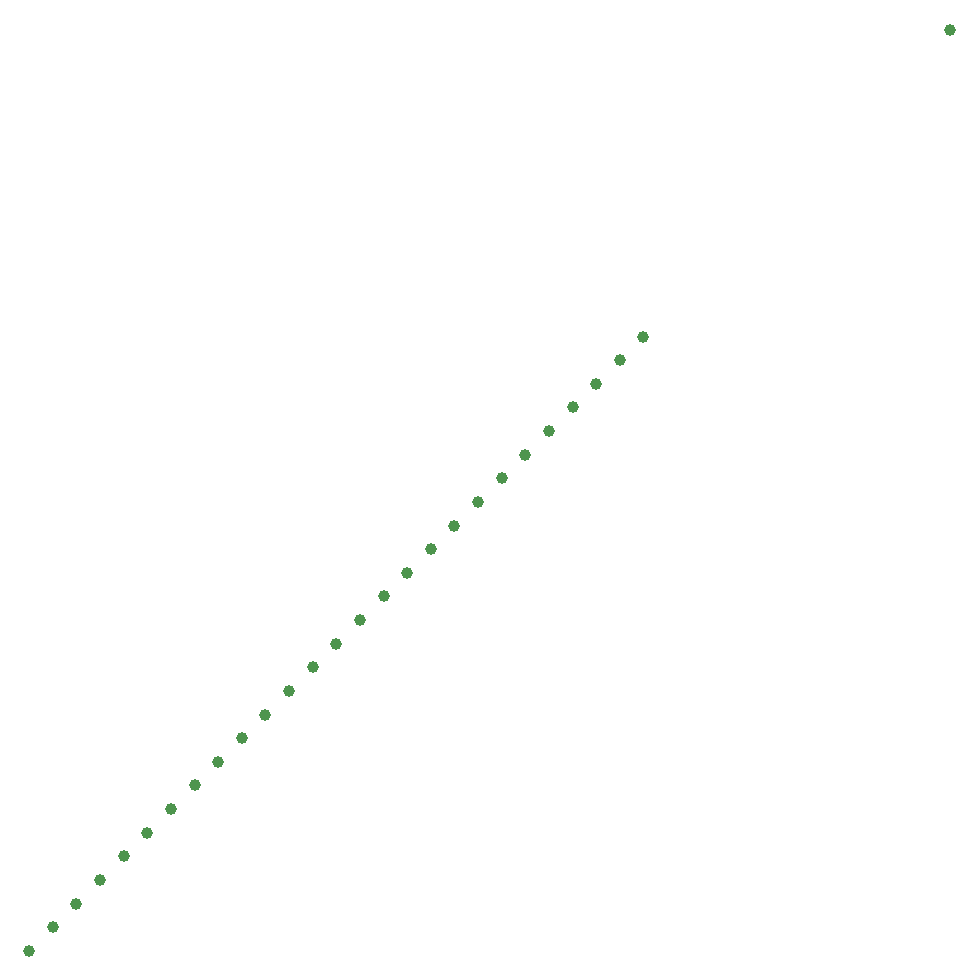
<source format=gbr>
G04 Examples for testing time performance of Gerber parsers*
%FSLAX26Y26*%
%MOMM*%
%ADD10C,1*%
%LPD*%
D10*
X0Y0D03*
X78000000Y78000000D03*
X2000000Y2000000D03*
X4000000Y4000000D03*
X6000000Y6000000D03*
X8000000Y8000000D03*
X10000000Y10000000D03*
X12000000Y12000000D03*
X14000000Y14000000D03*
X16000000Y16000000D03*
X18000000Y18000000D03*
X20000000Y20000000D03*
X22000000Y22000000D03*
X24000000Y24000000D03*
X26000000Y26000000D03*
X28000000Y28000000D03*
X30000000Y30000000D03*
X32000000Y32000000D03*
X34000000Y34000000D03*
X36000000Y36000000D03*
X38000000Y38000000D03*
X40000000Y40000000D03*
X42000000Y42000000D03*
X44000000Y44000000D03*
X46000000Y46000000D03*
X48000000Y48000000D03*
X50000000Y50000000D03*
X52000000Y52000000D03*
M02*

</source>
